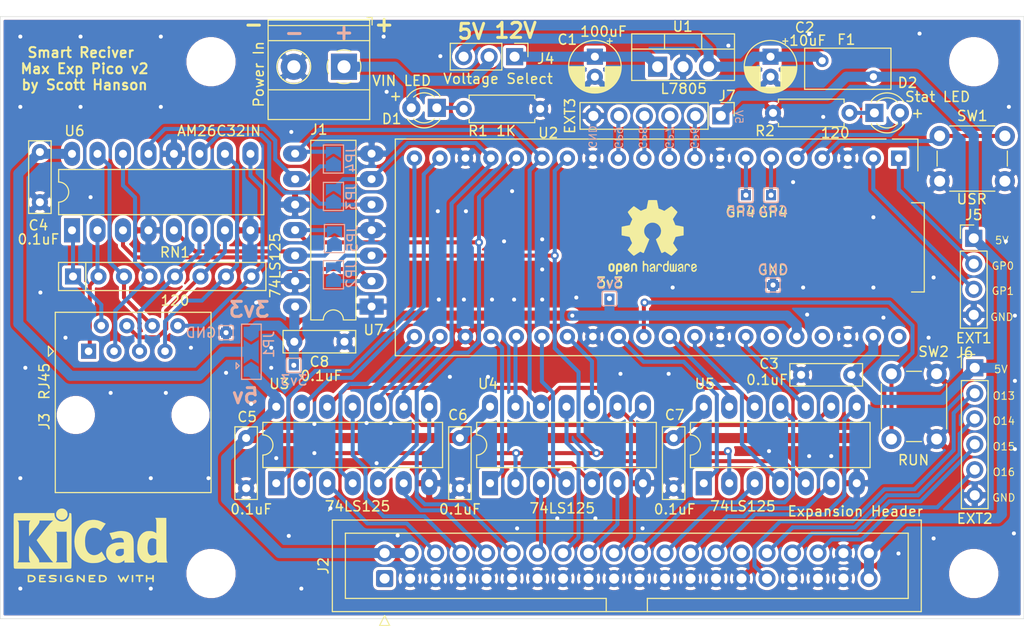
<source format=kicad_pcb>
(kicad_pcb (version 20211014) (generator pcbnew)
  (title_block (title "Smart Reciver Max Exp Pico") (date "2021-03-27") (rev "v2") (company "Scott Hanson"))
  (layers (0 "F.Cu" signal) (31 "B.Cu" signal) (34 "B.Paste" user) (35 "F.Paste" user) (36 "B.SilkS" user "B.Silkscreen") (37 "F.SilkS" user "F.Silkscreen") (38 "B.Mask" user) (39 "F.Mask" user) (44 "Edge.Cuts" user))
  (net 0 "")
  (net 1 "GND")
  (net 2 "/PWR")
  (net 3 "+5V")
  (net 4 "+3V3")
  (net 5 "VIN2")
  (net 6 "EN4B")
  (net 7 "EN3B")
  (net 8 "EN2B")
  (net 9 "EN1B")
  (net 10 "EN4A")
  (net 11 "EN3A")
  (net 12 "EN2A")
  (net 13 "EN1A")
  (net 14 "EN4C")
  (net 15 "EN3C")
  (net 16 "EN2C")
  (net 17 "EN1C")
  (net 18 "DATA4")
  (net 19 "DATA3")
  (net 20 "DATA2")
  (net 21 "DATA1")
  (net 22 "5IN")
  (net 23 "Net-(J2-Pad30)")
  (net 24 "OUT12")
  (net 25 "OUT11")
  (net 26 "OUT10")
  (net 27 "OUT9")
  (net 28 "OUT8")
  (net 29 "OUT7")
  (net 30 "OUT6")
  (net 31 "OUT5")
  (net 32 "OUT4")
  (net 33 "OUT3")
  (net 34 "OUT2")
  (net 35 "OUT1")
  (net 36 "Net-(J2-Pad1)")
  (net 37 "OUT16")
  (net 38 "OUT15")
  (net 39 "OUT14")
  (net 40 "OUT13")
  (net 41 "Net-(D1-Pad1)")
  (net 42 "Net-(D2-Pad1)")
  (net 43 "GPIO2")
  (net 44 "Serial4_N")
  (net 45 "Serial4_P")
  (net 46 "Serial2_N")
  (net 47 "Serial3_P")
  (net 48 "Serial3_N")
  (net 49 "Serial2_P")
  (net 50 "Serial1_N")
  (net 51 "Serial1_P")
  (net 52 "GPIO1")
  (net 53 "GPIO0")
  (net 54 "RUN")
  (net 55 "Net-(U2-Pad35)")
  (net 56 "Net-(U2-Pad37)")
  (net 57 "Net-(U2-Pad40)")
  (net 58 "GPIO3")
  (net 59 "GPIO9")
  (net 60 "GPIO8")
  (net 61 "GPIO7")
  (net 62 "GPIO6")
  (net 63 "U6_V")
  (net 64 "DATA1_3v3")
  (net 65 "DATA4_3v3")
  (net 66 "DATA2_3v3")
  (net 67 "DATA3_3v3")
  (net 68 "Net-(TP1-Pad1)")
  (net 69 "Net-(TP2-Pad1)")
  (footprint "Package_TO_SOT_THT:TO-220-3_Vertical" (layer "F.Cu") (at 167.5 64)
    (fp_text reference "U1")
    (fp_text value "L7805")
  )
  (footprint "Capacitor_THT:CP_Radial_D5.0mm_P2.00mm" (layer "F.Cu") (at 161.25 63 -90)
    (fp_text reference "C1")
    (fp_text value "100uF")
  )
  (footprint "Capacitor_THT:CP_Radial_D5.0mm_P2.00mm" (layer "F.Cu") (at 178.75 63 -90)
    (fp_text reference "C2")
    (fp_text value "10uF")
  )
  (footprint "LED_THT:LED_D3.0mm_Clear" (layer "F.Cu") (at 189.1 68.6)
    (fp_text reference "D2")
    (fp_text value "Stat LED")
  )
  (footprint "Fuse:Fuse_BelFuse_0ZRE0005FF_L8.3mm_W3.8mm" (layer "F.Cu") (at 189 65 180)
    (fp_text reference "F1")
    (fp_text value "Fuse")
  )
  (footprint "Resistor_THT:R_Axial_DIN0207_L6.3mm_D2.5mm_P7.62mm_Horizontal" (layer "F.Cu") (at 155.8 68.2 180)
    (fp_text reference "R1")
    (fp_text value "1K")
  )
  (footprint "Resistor_THT:R_Axial_DIN0207_L6.3mm_D2.5mm_P7.62mm_Horizontal" (layer "F.Cu") (at 179 68.6)
    (fp_text reference "R2")
    (fp_text value "120")
  )
  (footprint "TerminalBlock_Phoenix:TerminalBlock_Phoenix_MKDS-1,5-2_1x02_P5.00mm_Horizontal" (layer "F.Cu") (at 136.25 64 180)
    (fp_text reference "J1")
    (fp_text value "Power In")
  )
  (footprint "Connector_PinHeader_2.54mm:PinHeader_1x03_P2.54mm_Vertical" (layer "F.Cu") (at 153.25 63 -90)
    (fp_text reference "J4")
    (fp_text value "VIN_Voltage")
  )
  (footprint "Capacitor_THT:C_Rect_L7.0mm_W2.0mm_P5.00mm" (layer "F.Cu") (at 186.8 94.7 180)
    (fp_text reference "C3")
    (fp_text value "0.1uF")
  )
  (footprint "LED_THT:LED_D3.0mm_Clear" (layer "F.Cu") (at 145.5 68.1 180)
    (fp_text reference "D1")
    (fp_text value "VIN LED")
  )
  (footprint "MountingHole:MountingHole_4.3mm_M4" (layer "F.Cu") (at 123 63.5)
    (fp_text reference "H1")
    (fp_text value "MountingHole")
  )
  (footprint "MountingHole:MountingHole_4.3mm_M4" (layer "F.Cu") (at 199 63.5)
    (fp_text reference "H4")
    (fp_text value "MountingHole")
  )
  (footprint "Button_Switch_THT:SW_PUSH_6mm" (layer "F.Cu") (at 195.6 70.9)
    (fp_text reference "SW1")
    (fp_text value "USR")
  )
  (footprint "MountingHole:MountingHole_4.3mm_M4" (layer "F.Cu") (at 123 114.5)
    (fp_text reference "H2")
    (fp_text value "MountingHole")
  )
  (footprint "Connector_IDC:IDC-Header_2x20_P2.54mm_Vertical" (layer "F.Cu") (at 140.3 115 90)
    (fp_text reference "J2")
    (fp_text value "Expansion Header")
  )
  (footprint "MountingHole:MountingHole_4.3mm_M4" (layer "F.Cu") (at 199 114.5)
    (fp_text reference "H3")
    (fp_text value "MountingHole")
  )
  (footprint "Connector_PinHeader_2.54mm:PinHeader_1x04_P2.54mm_Vertical" (layer "F.Cu") (at 199 81.1)
    (fp_text reference "J5")
    (fp_text value "EXT1")
  )
  (footprint "Capacitor_THT:C_Rect_L7.0mm_W2.0mm_P5.00mm" (layer "F.Cu") (at 169.1 101 -90)
    (fp_text reference "C7")
    (fp_text value "0.1uF")
  )
  (footprint "Package_DIP:DIP-14_W7.62mm_LongPads" (layer "F.Cu") (at 129.5 105.5 90)
    (fp_text reference "U3")
    (fp_text value "74LS125")
  )
  (footprint "Package_DIP:DIP-16_W7.62mm_LongPads" (layer "F.Cu") (at 109.15 80.3 90)
    (fp_text reference "U6")
    (fp_text value "AM26C32IN")
  )
  (footprint "Capacitor_THT:C_Rect_L7.0mm_W2.0mm_P5.00mm" (layer "F.Cu") (at 105.95 72.5 -90)
    (fp_text reference "C4")
    (fp_text value "0.1uF")
  )
  (footprint "Capacitor_THT:C_Rect_L7.0mm_W2.0mm_P5.00mm" (layer "F.Cu") (at 147.8 101 -90)
    (fp_text reference "C6")
    (fp_text value "0.1uF")
  )
  (footprint "Package_DIP:DIP-14_W7.62mm_LongPads" (layer "F.Cu") (at 172.1 105.5 90)
    (fp_text reference "U5")
    (fp_text value "74LS125")
  )
  (footprint "Connector_RJ:RJ45_Amphenol_54602-x08_Horizontal" (layer "F.Cu") (at 110.8 92.35)
    (fp_text reference "J3")
    (fp_text value "RJ45")
  )
  (footprint "Capacitor_THT:C_Rect_L7.0mm_W2.0mm_P5.00mm" (layer "F.Cu") (at 126.5 101 -90)
    (fp_text reference "C5")
    (fp_text value "0.1uF")
  )
  (footprint "Connector_PinHeader_2.54mm:PinHeader_1x06_P2.54mm_Vertical" (layer "F.Cu") (at 173.8 68.9 -90)
    (fp_text reference "J7")
    (fp_text value "EXT3")
  )
  (footprint "Resistor_THT:R_Array_SIP8" (layer "F.Cu") (at 109.25 84.9)
    (fp_text reference "RN1")
    (fp_text value "120")
  )
  (footprint "Button_Switch_THT:SW_PUSH_6mm" (layer "F.Cu") (at 190.8 101.1 90)
    (fp_text reference "SW2")
    (fp_text value "RUN")
  )
  (footprint "Package_DIP:DIP-14_W7.62mm_LongPads" (layer "F.Cu") (at 150.8 105.5 90)
    (fp_text reference "U4")
    (fp_text value "74LS125")
  )
  (footprint "Connector_PinHeader_2.54mm:PinHeader_1x06_P2.54mm_Vertical" (layer "F.Cu") (at 199.1 94)
    (fp_text reference "J6")
    (fp_text value "EXT2")
  )
  (footprint "Package_DIP:DIP-14_W7.62mm_LongPads" (layer "F.Cu") (at 139 87.9 180)
    (fp_text reference "U7")
    (fp_text value "74LS125")
  )
  (footprint "Capacitor_THT:C_Rect_L7.0mm_W2.0mm_P5.00mm" (layer "F.Cu") (at 131.3 91.4)
    (fp_text reference "C8")
    (fp_text value "0.1uF")
  )
  (footprint "Symbol:KiCad-Logo2_6mm_SilkScreen" (layer "F.Cu") (at 111 111)
    (fp_text reference "REF**" hide)
    (fp_text value "KiCad-Logo2_6mm_SilkScreen" hide)
  )
  (footprint "Symbol:OSHW-Logo2_9.8x8mm_SilkScreen" (layer "F.Cu") (at 167 81)
    (fp_text reference "REF**" hide)
    (fp_text value "OSHW-Logo2_9.8x8mm_SilkScreen" hide)
  )
  (footprint "kiwih_kicad:raspberrypi-pico-module-nohole" (layer "F.Cu") (at 167.4 82 -90)
    (fp_text reference "U2")
    (fp_text value "raspberrypi-pico-module")
  )
  (footprint "Jumper:SolderJumper-3_P2.0mm_Open_TrianglePad1.0x1.5mm" (layer "B.Cu") (at 127 92.4 90)
    (fp_text reference "JP1")
    (fp_text value "U6_V")
  )
  (footprint "TestPoint:TestPoint_THTPad_1.0x1.0mm_Drill0.5mm" (layer "B.Cu") (at 178.8 76.8)
    (fp_text reference "TP1")
    (fp_text value "GP4")
  )
  (footprint "TestPoint:TestPoint_THTPad_1.0x1.0mm_Drill0.5mm" (layer "B.Cu") (at 176.3 76.8)
    (fp_text reference "TP2")
    (fp_text value "GP5")
  )
  (footprint "Jumper:SolderJumper-2_P1.3mm_Open_TrianglePad1.0x1.5mm" (layer "B.Cu") (at 135.2 84.725 90)
    (fp_text reference "JP2")
    (fp_text value "Data1_JMP")
  )
  (footprint "Jumper:SolderJumper-2_P1.3mm_Open_TrianglePad1.0x1.5mm" (layer "B.Cu") (at 135.3 81.125 90)
    (fp_text reference "JP5")
    (fp_text value "Data3_JMP")
  )
  (footprint "Jumper:SolderJumper-2_P1.3mm_Open_TrianglePad1.0x1.5mm" (layer "B.Cu") (at 135.2 76.925 90)
    (fp_text reference "JP3")
    (fp_text value "Data4_JMP")
  )
  (footprint "Jumper:SolderJumper-2_P1.3mm_Open_TrianglePad1.0x1.5mm" (layer "B.Cu") (at 135.2 73.2 90)
    (fp_text reference "JP4")
    (fp_text value "Data2_JMP")
  )
  (footprint "TestPoint:TestPoint_THTPad_1.0x1.0mm_Drill0.5mm" (layer "B.Cu") (at 162.7 87.1 180)
    (fp_text reference "TP3")
    (fp_text value "3v3")
  )
  (footprint "TestPoint:TestPoint_THTPad_1.0x1.0mm_Drill0.5mm" (layer "B.Cu") (at 131.25 93.75)
    (fp_text reference "TP4")
    (fp_text value "3v3")
  )
  (footprint "TestPoint:TestPoint_THTPad_1.0x1.0mm_Drill0.5mm" (layer "B.Cu") (at 124.5 90.5)
    (fp_text reference "TP5")
    (fp_text value "GND")
  )
  (footprint "TestPoint:TestPoint_THTPad_1.0x1.0mm_Drill0.5mm" (layer "B.Cu") (at 179 85.75)
    (fp_text reference "TP6")
    (fp_text value "GND")
  )
  (gr_line (start 102 119) (end 204 119) (layer "Edge.Cuts") (width 0.05))
  (gr_line (start 204 59) (end 102 59) (layer "Edge.Cuts") (width 0.05))
  (gr_line (start 204 119) (end 204 59) (layer "Edge.Cuts") (width 0.05))
  (gr_line (start 102 59) (end 102 119) (layer "Edge.Cuts") (width 0.05))
  (gr_text "+" (at 136.25 60.75 180) (layer "B.SilkS") (effects (font (size 1.5 1.5) (thickness 0.3)) (justify mirror)))
  (gr_text "-" (at 131.3 60.8 180) (layer "B.SilkS") (effects (font (size 1.5 1.5) (thickness 0.3)) (justify mirror)))
  (gr_text "5v" (at 126.4 96.8) (layer "B.SilkS") (effects (font (size 1.5 1.5) (thickness 0.3)) (justify mirror)))
  (gr_text "GND" (at 161 71 270) (layer "B.SilkS") (effects (font (size 0.75 0.75) (thickness 0.1)) (justify mirror)))
  (gr_text "GP6" (at 171.15 71.1 -90) (layer "B.SilkS") (effects (font (size 0.75 0.75) (thickness 0.1)) (justify mirror)))
  (gr_text "5V" (at 175.6 69 270) (layer "B.SilkS") (effects (font (size 0.75 0.75) (thickness 0.1)) (justify mirror)))
  (gr_text "GP7" (at 168.65 71.1 -90) (layer "B.SilkS") (effects (font (size 0.75 0.75) (thickness 0.1)) (justify mirror)))
  (gr_text "GP9" (at 163.6 71.1 -90) (layer "B.SilkS") (effects (font (size 0.75 0.75) (thickness 0.1)) (justify mirror)))
  (gr_text "3v3" (at 126.8 88.2) (layer "B.SilkS") (effects (font (size 1.5 1.5) (thickness 0.3)) (justify mirror)))
  (gr_text "GP8" (at 166 71.1 -90) (layer "B.SilkS") (effects (font (size 0.75 0.75) (thickness 0.1)) (justify mirror)))
  (gr_text "Smart Reciver \nMax Exp Pico v2\nby Scott Hanson" (at 110.4 64.2) (layer "F.SilkS") (effects (font (size 1 1) (thickness 0.2))))
  (gr_text "5V" (at 201.7 94.15) (layer "F.SilkS") (effects (font (size 0.75 0.75) (thickness 0.1))))
  (gr_text "O13" (at 202 96.8) (layer "F.SilkS") (effects (font (size 0.75 0.75) (thickness 0.1))))
  (gr_text "O16" (at 202 104.4) (layer "F.SilkS") (effects (font (size 0.75 0.75) (thickness 0.1))))
  (gr_text "-" (at 127.25 59.75) (layer "F.SilkS") (effects (font (size 1.5 1.5) (thickness 0.3))))
  (gr_text "+" (at 140.25 59.75) (layer "F.SilkS") (effects (font (size 1.5 1.5) (thickness 0.3))))
  (gr_text "GP0" (at 201.9 83.85) (layer "F.SilkS") (effects (font (size 0.75 0.75) (thickness 0.1))))
  (gr_text "GND" (at 201.8 88.95) (layer "F.SilkS") (effects (font (size 0.75 0.75) (thickness 0.1))))
  (gr_text "5V" (at 201.8 81.3) (layer "F.SilkS") (effects (font (size 0.75 0.75) (thickness 0.1))))
  (gr_text "GP1" (at 201.9 86.35) (layer "F.SilkS") (effects (font (size 0.75 0.75) (thickness 0.1))))
  (gr_text "+" (at 193.4 68.6) (layer "F.SilkS") (effects (font (size 1 1)) (justify mirror)))
  (gr_text "GP4" (at 175.75 78.5) (layer "F.SilkS") (effects (font (size 1 1))))
  (gr_text "O14" (at 202 99.3) (layer "F.SilkS") (effects (font (size 0.75 0.75) (thickness 0.1))))
  (gr_text "+" (at 141.4 66.9) (layer "F.SilkS") (effects (font (size 1 1)) (justify mirror)))
  (gr_text "GND" (at 179 84.25) (layer "F.SilkS") (effects (font (size 1 1))))
  (gr_text "5V" (at 148.95 60.5) (layer "F.SilkS") (effects (font (size 1.5 1.5) (thickness 0.3))))
  (gr_text "3v3" (at 162.75 85.5) (layer "F.SilkS") (effects (font (size 1 1))))
  (gr_text "12V" (at 153.35 60.4) (layer "F.SilkS") (effects (font (size 1.5 1.5) (thickness 0.3))))
  (gr_text "GP4" (at 179 78.5) (layer "F.SilkS") (effects (font (size 1 1))))
  (gr_text "Voltage Select" (at 151.6 65.2) (layer "F.SilkS") (effects (font (size 1 1))))
  (gr_text "GND" (at 202 106.95) (layer "F.SilkS") (effects (font (size 0.75 0.75) (thickness 0.1))))
  (gr_text "O15" (at 202 101.85) (layer "F.SilkS") (effects (font (size 0.75 0.75) (thickness 0.1))))
  (via (at 150.6 94.9) (size 0.8) (drill 0.4) (layers "F.Cu" "B.Cu") (net 1))
  (via (at 203.1 102.1) (size 0.8) (drill 0.4) (layers "F.Cu" "B.Cu") (net 1))
  (via (at 134.9 108) (size 0.8) (drill 0.4) (layers "F.Cu" "B.Cu") (net 1))
  (via (at 148.2 87.2) (size 0.8) (drill 0.4) (layers "F.Cu" "B.Cu") (net 1))
  (via (at 145.85 62.95) (size 0.8) (drill 0.4) (layers "F.Cu" "B.Cu") (net 1))
  (via (at 139.5 103.5) (size 0.8) (drill 0.4) (layers "F.Cu" "B.Cu") (net 1))
  (via (at 121 92) (size 0.8) (drill 0.4) (layers "F.Cu" "B.Cu") (net 1))
  (via (at 127.5 87.5) (size 0.8) (drill 0.4) (layers "F.Cu" "B.Cu") (net 1))
  (via (at 133.3 99.6) (size 0.8) (drill 0.4) (layers "F.Cu" "B.Cu") (net 1))
  (via (at 202.2 81.4) (size 0.8) (drill 0.4) (layers "F.Cu" "B.Cu") (net 1))
  (via (at 157.5 109) (size 0.8) (drill 0.4) (layers "F.Cu" "B.Cu") (net 1))
  (via (at 190 89) (size 0.8) (drill 0.4) (layers "F.Cu" "B.Cu") (net 1))
  (via (at 138.5 99.5) (size 0.8) (drill 0.4) (layers "F.Cu" "B.Cu") (net 1))
  (via (at 104 68) (size 0.8) (drill 0.4) (layers "F.Cu" "B.Cu") (net 1))
  (via (at 104.5 94) (size 0.8) (drill 0.4) (layers "F.Cu" "B.Cu") (net 1))
  (via (at 108.5 91) (size 0.8) (drill 0.4) (layers "F.Cu" "B.Cu") (net 1))
  (via (at 184 69) (size 0.8) (drill 0.4) (layers "F.Cu" "B.Cu") (net 1))
  (via (at 129 92) (size 0.8) (drill 0.4) (layers "F.Cu" "B.Cu") (net 1))
  (via (at 168.6 94.6) (size 0.8) (drill 0.4) (layers "F.Cu" "B.Cu") (net 1))
  (via (at 140.5 66.5) (size 0.8) (drill 0.4) (layers "F.Cu" "B.Cu") (net 1))
  (via (at 146.8 94.9) (size 0.8) (drill 0.4) (layers "F.Cu" "B.Cu") (net 1))
  (via (at 174.55 61.9) (size 0.8) (drill 0.4) (layers "F.Cu" "B.Cu") (net 1))
  (via (at 203.1 88.8) (size 0.8) (drill 0.4) (layers "F.Cu" "B.Cu") (net 1))
  (via (at 106 86.5) (size 0.8) (drill 0.4) (layers "F.Cu" "B.Cu") (net 1))
  (via (at 193.6 60.7) (size 0.8) (drill 0.4) (layers "F.Cu" "B.Cu") (net 1))
  (via (at 195 85) (size 0.8) (drill 0.4) (layers "F.Cu" "B.Cu") (net 1))
  (via (at 140.2 61) (size 0.8) (drill 0.4) (layers "F.Cu" "B.Cu") (net 1))
  (via (at 156 87.2) (size 0.8) (drill 0.4) (layers "F.Cu" "B.Cu") (net 1))
  (via (at 194.5 91) (size 0.8) (drill 0.4) (layers "F.Cu" "B.Cu") (net 1))
  (via (at 191.5 112.5) (size 0.8) (drill 0.4) (layers "F.Cu" "B.Cu") (net 1))
  (via (at 117 116) (size 0.8) (drill 0.4) (layers "F.Cu" "B.Cu") (net 1))
  (via (at 130.75 110.75) (size 0.8) (drill 0.4) (layers "F.Cu" "B.Cu") (net 1))
  (via (at 153.2 87.2) (size 0.8) (drill 0.4) (layers "F.Cu" "B.Cu") (net 1))
  (via (at 122.75 105) (size 0.8) (drill 0.4) (layers "F.Cu" "B.Cu") (net 1))
  (via (at 145.6 78.4) (size 0.8) (drill 0.4) (layers "F.Cu" "B.Cu") (net 1))
  (via (at 161.3 109) (size 0.8) (drill 0.4) (layers "F.Cu" "B.Cu") (net 1))
  (via (at 182.6 60.75) (size 0.8) (drill 0.4) (layers "F.Cu" "B.Cu") (net 1))
  (via (at 117 105) (size 0.8) (drill 0.4) (layers "F.Cu" "B.Cu") (net 1))
  (via (at 104 105) (size 0.8) (drill 0.4) (layers "F.Cu" "B.Cu") (net 1))
  (via (at 203 110.5) (size 0.8) (drill 0.4) (layers "F.Cu" "B.Cu") (net 1))
  (via (at 124.5 94.5) (size 0.8) (drill 0.4) (layers "F.Cu" "B.Cu") (net 1))
  (via (at 141.6 110.7) (size 0.8) (drill 0.4) (layers "F.Cu" "B.Cu") (net 1))
  (via (at 163.8 94.6) (size 0.8) (drill 0.4) (layers "F.Cu" "B.Cu") (net 1))
  (via (at 189 79) (size 0.8) (drill 0.4) (layers "F.Cu" "B.Cu") (net 1))
  (via (at 110 61) (size 0.8) (drill 0.4) (layers "F.Cu" "B.Cu") (net 1))
  (via (at 104 61) (size 0.8) (drill 0.4) (layers "F.Cu" "B.Cu") (net 1))
  (via (at 110 68) (size 0.8) (drill 0.4) (layers "F.Cu" "B.Cu") (net 1))
  (via (at 129.5 103) (size 0.8) (drill 0.4) (layers "F.Cu" "B.Cu") (net 1))
  (via (at 184.8 102.8) (size 0.8) (drill 0.4) (layers "F.Cu" "B.Cu") (net 1))
  (via (at 145.7 87.2) (size 0.8) (drill 0.4) (layers "F.Cu" "B.Cu") (net 1))
  (via (at 118.5 96.5) (size 0.8) (drill 0.4) (layers "F.Cu" "B.Cu") (net 1))
  (via (at 153 76.4) (size 0.8) (drill 0.4) (layers "F.Cu" "B.Cu") (net 1))
  (via (at 169 86) (size 0.8) (drill 0.4) (layers "F.Cu" "B.Cu") (net 1))
  (via (at 113 96.5) (size 0.8) (drill 0.4) (layers "F.Cu" "B.Cu") (net 1))
  (via (at 148.4 78.4) (size 0.8) (drill 0.4) (layers "F.Cu" "B.Cu") (net 1))
  (via (at 133.3 102.5) (size 0.8) (drill 0.4) (layers "F.Cu" "B.Cu") (net 1))
  (via (at 151 87.2) (size 0.8) (drill 0.4) (layers "F.Cu" "B.Cu") (net 1))
  (via (at 178.6 102.3) (size 0.8) (drill 0.4) (layers "F.Cu" "B.Cu") (net 1))
  (via (at 111 77) (size 0.8) (drill 0.4) (layers "F.Cu" "B.Cu") (net 1))
  (via (at 127 97.6) (size 0.8) (drill 0.4) (layers "F.Cu" "B.Cu") (net 1))
  (via (at 153.5 110) (size 0.8) (drill 0.4) (layers "F.Cu" "B.Cu") (net 1))
  (via (at 152.2 81.4) (size 0.8) (drill 0.4) (layers "F.Cu" "B.Cu") (net 1))
  (via (at 182.6 102.8) (size 0.8) (drill 0.4) (layers "F.Cu" "B.Cu") (net 1))
  (via (at 195 111) (size 0.8) (drill 0.4) (layers "F.Cu" "B.Cu") (net 1))
  (via (at 156 81.2) (size 0.8) (drill 0.4) (layers "F.Cu" "B.Cu") (net 1))
  (via (at 189 86) (size 0.8) (drill 0.4) (layers "F.Cu" "B.Cu") (net 1))
  (via (at 203.1 95.3) (size 0.8) (drill 0.4) (layers "F.Cu" "B.Cu") (net 1))
  (via (at 202.5 68) (size 0.8) (drill 0.4) (layers "F.Cu" "B.Cu") (net 1))
  (via (at 132 116) (size 0.8) (drill 0.4) (layers "F.Cu" "B.Cu") (net 1))
  (via (at 182.4 88.7) (size 0.8) (drill 0.4) (layers "F.Cu" "B.Cu") (net 1))
  (via (at 104 116) (size 0.8) (drill 0.4) (layers "F.Cu" "B.Cu") (net 1))
  (via (at 118 68) (size 0.8) (drill 0.4) (layers "F.Cu" "B.Cu") (net 1))
  (via (at 166 110) (size 0.8) (drill 0.4) (layers "F.Cu" "B.Cu") (net 1))
  (via (at 129 94) (size 0.8) (drill 0.4) (layers "F.Cu" "B.Cu") (net 1))
  (via (at 131 70.5) (size 0.8) (drill 0.4) (layers "F.Cu" "B.Cu") (net 1))
  (via (at 156 84.2) (size 0.8) (drill 0.4) (layers "F.Cu" "B.Cu") (net 1))
  (via (at 140.9 99.5) (size 0.8) (drill 0.4) (layers "F.Cu" "B.Cu") (net 1))
  (via (at 159.4 87) (size 0.8) (drill 0.4) (layers "F.Cu" "B.Cu") (net 1))
  (via (at 182 86) (size 0.8) (drill 0.4) (layers "F.Cu" "B.Cu") (net 1))
  (via (at 118 61) (size 0.8) (drill 0.4) (layers "F.Cu" "B.Cu") (net 1))
  (via (at 181 75.5) (size 0.8) (drill 0.4) (layers "F.Cu" "B.Cu") (net 1))
  (segment (start 161.25 63) (end 153.25 63) (width 1) (layer "B.Cu") (net 2))
  (segment (start 167.5 64) (end 166.5 63) (width 1) (layer "B.Cu") (net 2))
  (segment (start 166.5 63) (end 160 63) (width 1) (layer "B.Cu") (net 2))
  (segment (start 126.5 101) (end 187.3 101) (width 1) (layer "F.Cu") (net 3))
  (segment (start 189.2 97.1) (end 186.8 94.7) (width 1) (layer "F.Cu") (net 3))
  (segment (start 187.3 101) (end 189.2 99.1) (width 1) (layer "F.Cu") (net 3))
  (segment (start 189.2 99.1) (end 189.2 97.1) (width 1) (layer "F.Cu") (net 3))
  (segment (start 129.5 98) (end 126.5 101) (width 1) (layer "B.Cu") (net 3))
  (segment (start 129.839998 112.46) (end 124.5 107.120002) (width 1) (layer "B.Cu") (net 3))
  (segment (start 199.1 94) (end 201.7 94) (width 1) (layer "B.Cu") (net 3))
  (segment (start 195.9 97.2) (end 189.3 97.2) (width 1) (layer "B.Cu") (net 3))
  (segment (start 188.99 90.89) (end 188.99 92.51) (width 1) (layer "B.Cu") (net 3))
  (segment (start 201.8 93.9) (end 201.8 108.6) (width 1) (layer "B.Cu") (net 3))
  (segment (start 201.7 94) (end 201.8 93.9) (width 1) (layer "B.Cu") (net 3))
  (segment (start 124.5 103) (end 126.5 101) (width 1) (layer "B.Cu") (net 3))
  (segment (start 140.3 112.46) (end 129.839998 112.46) (width 1) (layer "B.Cu") (net 3))
  (segment (start 201.8 108.6) (end 201.4 109) (width 1) (layer "B.Cu") (net 3))
  (segment (start 188.56 112.46) (end 188.56 115) (width 1) (layer "B.Cu") (net 3))
  (segment (start 172.1 98.2) (end 169.3 101) (width 1) (layer "B.Cu") (net 3))
  (segment (start 147.8 100.99) (end 150.8 97.99) (width 1) (layer "B.Cu") (net 3))
  (segment (start 173.8 68.771998) (end 175.671998 66.9) (width 1) (layer "B.Cu") (net 3))
  (segment (start 150.8 97.99) (end 150.8 97.88) (width 1) (layer "B.Cu") (net 3))
  (segment (start 186.3 65) (end 189 65) (width 1) (layer "B.Cu") (net 3))
  (segment (start 129.5 96.9) (end 127 94.4) (width 1) (layer "B.Cu") (net 3))
  (segment (start 189 65) (end 193.175 65) (width 1) (layer "B.Cu") (net 3))
  (segment (start 173.8 68.9) (end 173.8 68.771998) (width 1) (layer "B.Cu") (net 3))
  (segment (start 201.4 109) (end 192.02 109) (width 1) (layer "B.Cu") (net 3))
  (segment (start 172.1 97.88) (end 172.1 98.2) (width 1) (layer "B.Cu") (net 3))
  (segment (start 201.8 93.9) (end 201.8 83.9) (width 1) (layer "B.Cu") (net 3))
  (segment (start 175.671998 66.9) (end 184.4 66.9) (width 1) (layer "B.Cu") (net 3))
  (segment (start 124.5 107) (end 124.5 103) (width 1) (layer "B.Cu") (net 3))
  (segment (start 201.8 83.9) (end 199 81.1) (width 1) (layer "B.Cu") (net 3))
  (segment (start 192.02 109) (end 188.56 112.46) (width 1) (layer "B.Cu") (net 3))
  (segment (start 142.84 112.46) (end 140.3 112.46) (width 1) (layer "B.Cu") (net 3))
  (segment (start 193.175 65) (end 199 70.825) (width 1) (layer "B.Cu") (net 3))
  (segment (start 124.5 107.120002) (end 124.5 107) (width 1) (layer "B.Cu") (net 3))
  (segment (start 169.3 101) (end 169.1 101) (width 1) (layer "B.Cu") (net 3))
  (segment (start 147.8 101) (end 147.8 100.99) (width 1) (layer "B.Cu") (net 3))
  (segment (start 189.3 97.2) (end 186.8 94.7) (width 1) (layer "B.Cu") (net 3))
  (segment (start 129.5 97.88) (end 129.5 96.9) (width 1) (layer "B.Cu") (net 3))
  (segment (start 188.99 92.51) (end 186.8 94.7) (width 1) (layer "B.Cu") (net 3))
  (segment (start 184.4 66.9) (end 186.3 65) (width 1) (layer "B.Cu") (net 3))
  (segment (start 199.1 94) (end 195.9 97.2) (width 1) (layer "B.Cu") (net 3))
  (segment (start 199 70.825) (end 199 81.1) (width 1) (layer "B.Cu") (net 3))
  (segment (start 129.5 97.88) (end 129.5 98) (width 1) (layer "B.Cu") (net 3))
  (segment (start 141 89.6) (end 133.1 89.6) (width 1) (layer "F.Cu") (net 4))
  (segment (start 133.1 89.6) (end 131.3 91.4) (width 1) (layer "F.Cu") (net 4))
  (segment (start 159 88.8) (end 141.8 88.8) (width 1) (layer "F.Cu") (net 4))
  (segment (start 141.8 88.8) (end 141 89.6) (width 1) (layer "F.Cu") (net 4))
  (via (at 159 88.8) (size 0.8) (drill 0.4) (layers "F.Cu" "B.Cu") (net 4))
  (segment (start 131.25 91.45) (end 131.3 91.4) (width 1) (layer "B.Cu") (net 4))
  (segment (start 127.6 89.8) (end 127 90.4) (width 1) (layer "B.Cu") (net 4))
  (segment (start 131.3 91.4) (end 131.3 87.98) (width 1) (layer "B.Cu") (net 4))
  (segment (start 131.25 93.75) (end 131.25 91.45) (width 1) (layer "B.Cu") (net 4))
  (segment (start 162.7 88.8) (end 159 88.8) (width 1) (layer "B.Cu") (net 4))
  (segment (start 129.7 89.8) (end 127.6 89.8) (width 1) (layer "B.Cu") (net 4))
  (segment (start 180.4 88.8) (end 162.7 88.8) (width 1) (layer "B.Cu") (net 4))
  (segment (start 181.37 90.89) (end 181.37 89.77) (width 1) (layer "B.Cu") (net 4))
  (segment (start 131.3 91.4) (end 129.7 89.8) (width 1) (layer "B.Cu") (net 4))
  (segment (start 162.7 87.1) (end 162.7 88.8) (width 1) (layer "B.Cu") (net 4))
  (segment (start 131.3 87.98) (end 131.38 87.9) (width 1) (layer "B.Cu") (net 4))
  (segment (start 181.37 89.77) (end 180.4 88.8) (width 1) (layer "B.Cu") (net 4))
  (segment (start 142.71 65.4) (end 142.31 65) (width 1) (layer "B.Cu") (net 5))
  (segment (start 150.71 63.647001) (end 148.957001 65.4) (width 1) (layer "B.Cu") (net 5))
  (segment (start 150.71 63) (end 150.71 63.647001) (width 1) (layer "B.Cu") (net 5))
  (segment (start 141.31 64) (end 136.25 64) (width 1) (layer "B.Cu") (net 5))
  (segment (start 142.31 65) (end 141.31 64) (width 1) (layer "B.Cu") (net 5))
  (segment (start 142.96 65.65) (end 142.31 65) (width 1) (layer "B.Cu") (net 5))
  (segment (start 142.96 68.1) (end 142.96 65.65) (width 1) (layer "B.Cu") (net 5))
  (segment (start 148.957001 65.4) (end 142.71 65.4) (width 1) (layer "B.Cu") (net 5))
  (segment (start 160.96 93.36) (end 160.96 97.88) (width 0.4) (layer "B.Cu") (net 6))
  (segment (start 160.2 92.6) (end 160.96 93.36) (width 0.4) (layer "B.Cu") (net 6))
  (segment (start 158.51 90.89) (end 160.2 92.58) (width 0.4) (layer "B.Cu") (net 6))
  (segment (start 160.2 92.58) (end 160.2 92.6) (width 0.4) (layer "B.Cu") (net 6))
  (segment (start 155.97 90.89) (end 155.97 95.37) (width 0.4) (layer "B.Cu") (net 7))
  (segment (start 157.08001 96.48001) (end 157.08001 104.16001) (width 0.4) (layer "B.Cu") (net 7))
  (segment (start 157.08001 104.16001) (end 158.42 105.5) (width 0.4) (layer "B.Cu") (net 7))
  (segment (start 155.97 95.37) (end 157.08001 96.48001) (width 0.4) (layer "B.Cu") (net 7))
  (segment (start 153.34 90.98) (end 153.43 90.89) (width 0.4) (layer "B.Cu") (net 8))
  (segment (start 153.34 97.88) (end 153.34 90.98) (width 0.4) (layer "B.Cu") (net 8))
  (segment (start 152.00001 92.00001) (end 152.00001 104.29999) (width 0.4) (layer "B.Cu") (net 9))
  (segment (start 150.89 90.89) (end 152.00001 92.00001) (width 0.4) (layer "B.Cu") (net 9))
  (segment (start 152.00001 104.29999) (end 150.8 105.5) (width 0.4) (layer "B.Cu") (net 9))
  (segment (start 139.66 97.04) (end 139.66 97.88) (width 0.4) (layer "B.Cu") (net 10))
  (segment (start 145.81 90.89) (end 139.66 97.04) (width 0.4) (layer "B.Cu") (net 10))
  (segment (start 138.559989 95.600011) (end 136.799989 95.600011) (width 0.4) (layer "B.Cu") (net 11))
  (segment (start 143.27 90.89) (end 138.559989 95.600011) (width 0.4) (layer "B.Cu") (net 11))
  (segment (start 135.9 104.28) (end 137.12 105.5) (width 0.4) (layer "B.Cu") (net 11))
  (segment (start 136.799989 95.600011) (end 135.9 96.5) (width 0.4) (layer "B.Cu") (net 11))
  (segment (start 135.9 96.5) (end 135.9 104.28) (width 0.4) (layer "B.Cu") (net 11))
  (segment (start 134.92 95) (end 137.048543 95) (width 0.4) (layer "B.Cu") (net 12))
  (segment (start 132.04 97.88) (end 134.92 95) (width 0.4) (layer "B.Cu") (net 12))
  (segment (start 137.048543 95) (end 144.199998 87.848545) (width 0.4) (layer "B.Cu") (net 12))
  (segment (start 145.048001 73.871999) (end 145.81 73.11) (width 0.4) (layer "B.Cu") (net 12))
  (segment (start 144.199998 87.848545) (end 144.199998 74.720002) (width 0.4) (layer "B.Cu") (net 12))
  (segment (start 144.199998 74.720002) (end 145.048001 73.871999) (width 0.4) (layer "B.Cu") (net 12))
  (segment (start 130.70001 96.99999) (end 130.70001 104.29999) (width 0.4) (layer "B.Cu") (net 13))
  (segment (start 130.70001 104.29999) (end 129.5 105.5) (width 0.4) (layer "B.Cu") (net 13))
  (segment (start 133.4 94.3) (end 130.70001 96.99999) (width 0.4) (layer "B.Cu") (net 13))
  (segment (start 143.27 87.93) (end 136.9 94.3) (width 0.4) (layer "B.Cu") (net 13))
  (segment (start 143.27 73.11) (end 143.27 87.93) (width 0.4) (layer "B.Cu") (net 13))
  (segment (start 136.9 94.3) (end 133.4 94.3) (width 0.4) (layer "B.Cu") (net 13))
  (segment (start 182.26 97.88) (end 176.29 91.91) (width 0.4) (layer "B.Cu") (net 14))
  (segment (start 176.29 91.91) (end 176.29 90.89) (width 0.4) (layer "B.Cu") (net 14))
  (segment (start 175.9 96.6) (end 175.9 101.6) (width 0.4) (layer "B.Cu") (net 15))
  (segment (start 171.21 91.91) (end 175.9 96.6) (width 0.4) (layer "B.Cu") (net 15))
  (segment (start 179.72 105.42) (end 179.72 105.5) (width 0.4) (layer "B.Cu") (net 15))
  (segment (start 175.9 101.6) (end 179.72 105.42) (width 0.4) (layer "B.Cu") (net 15))
  (segment (start 171.21 90.89) (end 171.21 91.91) (width 0.4) (layer "B.Cu") (net 15))
  (segment (start 174.64 97.88) (end 174.64 96.86) (width 0.4) (layer "B.Cu") (net 16))
  (segment (start 174.64 96.86) (end 168.67 90.89) (width 0.4) (layer "B.Cu") (net 16))
  (segment (start 173.4 96.7) (end 173.4 104.2) (width 0.4) (layer "B.Cu") (net 17))
  (segment (start 166.1 93.4) (end 170.1 93.4) (width 0.4) (layer "B.Cu") (net 17))
  (segment (start 170.1 93.4) (end 173.4 96.7) (width 0.4) (layer "B.Cu") (net 17))
  (segment (start 163.59 90.89) (end 166.1 93.4) (width 0.4) (layer "B.Cu") (net 17))
  (segment (start 173.4 104.2) (end 172.1 105.5) (width 0.4) (layer "B.Cu") (net 17))
  (segment (start 163.5 97.88) (end 161.68 99.7) (width 0.4) (layer "F.Cu") (net 18))
  (segment (start 184.8 97.88) (end 182.98 99.7) (width 0.4) (layer "F.Cu") (net 18))
  (segment (start 182.98 99.7) (end 165.32 99.7) (width 0.4) (layer "F.Cu") (net 18))
  (segment (start 161.68 99.7) (end 144.02 99.7) (width 0.4) (layer "F.Cu") (net 18))
  (segment (start 165.32 99.7) (end 163.5 97.88) (width 0.4) (layer "F.Cu") (net 18))
  (segment (start 144.02 99.7) (end 142.2 97.88) (width 0.4) (layer "F.Cu") (net 18))
  (segment (start 146.972001 91.727999) (end 142.2 96.5) (width 0.4) (layer "B.Cu") (net 18))
  (segment (start 149.38 71.6) (end 150.89 73.11) (width 0.4) (layer "B.Cu") (net 18))
  (segment (start 150.89 73.71) (end 146.972001 77.627999) (width 0.4) (layer "B.Cu") (net 18))
  (segment (start 139 75.2) (end 142.6 71.6) (width 0.4) (layer "B.Cu") (net 18))
  (segment (start 139 75.2) (end 136.2 75.2) (width 0.4) (layer "B.Cu") (net 18))
  (segment (start 136.2 75.2) (end 135.2 76.2) (width 0.4) (layer "B.Cu") (net 18))
  (segment (start 146.972001 77.627999) (end 146.972001 91.727999) (width 0.4) (layer "B.Cu") (net 18))
  (segment (start 150.89 73.11) (end 150.89 73.71) (width 0.4) (layer "B.Cu") (net 18))
  (segment (start 142.2 96.5) (end 142.2 97.88) (width 0.4) (layer "B.Cu") (net 18))
  (segment (start 142.6 71.6) (end 149.38 71.6) (width 0.4) (layer "B.Cu") (net 18))
  (segment (start 160.96 105.5) (end 158.96 103.5) (width 0.4) (layer "F.Cu") (net 19))
  (segment (start 163.16 103.3) (end 160.96 105.5) (width 0.4) (layer "F.Cu") (net 19))
  (segment (start 131.38 80.28) (end 132.6 81.5) (width 0.4) (layer "F.Cu") (net 19))
  (segment (start 132.6 81.5) (end 149.7 81.5) (width 0.4) (layer "F.Cu") (net 19))
  (segment (start 182.26 105.5) (end 180.06 103.3) (width 0.4) (layer "F.Cu") (net 19))
  (segment (start 158.96 103.5) (end 141.66 103.5) (width 0.4) (layer "F.Cu") (net 19))
  (segment (start 180.06 103.3) (end 163.16 103.3) (width 0.4) (layer "F.Cu") (net 19))
  (segment (start 141.66 103.5) (end 139.66 105.5) (width 0.4) (layer "F.Cu") (net 19))
  (via (at 149.7 81.5) (size 0.8) (drill 0.4) (layers "F.Cu" "B.Cu") (net 19))
  (segment (start 143.5 101.66) (end 139.66 105.5) (width 0.4) (layer "B.Cu") (net 19))
  (segment (start 149.7 77) (end 149.7 81.5) (width 0.4) (layer "B.Cu") (net 19))
  (segment (start 147.3 92.5) (end 143.5 96.3) (width 0.4) (layer "B.Cu") (net 19))
  (segment (start 148.6 92.5) (end 147.3 92.5) (width 0.4) (layer "B.Cu") (net 19))
  (segment (start 149.7 91.4) (end 148.6 92.5) (width 0.4) (layer "B.Cu") (net 19))
  (segment (start 153.43 73.27) (end 149.7 77) (width 0.4) (layer "B.Cu") (net 19))
  (segment (start 149.7 81.5) (end 149.7 91.4) (width 0.4) (layer "B.Cu") (net 19))
  (segment (start 143.5 96.3) (end 143.5 101.66) (width 0.4) (layer "B.Cu") (net 19))
  (segment (start 131.38 80.28) (end 135.18 80.28) (width 0.4) (layer "B.Cu") (net 19))
  (segment (start 135.18 80.28) (end 135.3 80.4) (width 0.4) (layer "B.Cu") (net 19))
  (segment (start 153.43 73.11) (end 153.43 73.27) (width 0.4) (layer "B.Cu") (net 19))
  (segment (start 134.58 97.88) (end 136.46 96) (width 0.4) (layer "F.Cu") (net 20))
  (segment (start 136.46 96) (end 154 96) (width 0.4) (layer "F.Cu") (net 20))
  (segment (start 157.76 96) (end 155.88 97.88) (width 0.4) (layer "F.Cu") (net 20))
  (segment (start 175.3 96) (end 157.76 96) (width 0.4) (layer "F.Cu") (net 20))
  (segment (start 154 96) (end 155.88 97.88) (width 0.4) (layer "F.Cu") (net 20))
  (segment (start 177.18 97.88) (end 175.3 96) (width 0.4) (layer "F.Cu") (net 20))
  (segment (start 153.16 70.3) (end 133.74 70.3) (width 0.4) (layer "B.Cu") (net 20))
  (segment (start 154.75 74.33) (end 154.75 96.75) (width 0.4) (layer "B.Cu") (net 20))
  (segment (start 135.2 72.475) (end 131.565 72.475) (width 0.4) (layer "B.Cu") (net 20))
  (segment (start 154.75 96.75) (end 155.88 97.88) (width 0.4) (layer "B.Cu") (net 20))
  (segment (start 133.74 70.3) (end 131.38 72.66) (width 0.4) (layer "B.Cu") (net 20))
  (segment (start 155.97 73.11) (end 153.16 70.3) (width 0.4) (layer "B.Cu") (net 20))
  (segment (start 155.97 73.11) (end 154.75 74.33) (width 0.4) (layer "B.Cu") (net 20))
  (segment (start 131.565 72.475) (end 131.38 72.66) (width 0.4) (layer "B.Cu") (net 20))
  (segment (start 132.04 105.5) (end 135.04 102.5) (width 0.4) (layer "F.Cu") (net 21))
  (segment (start 174.500001 102.299999) (end 174.3 102.5) (width 0.4) (layer "F.Cu") (net 21))
  (segment (start 140.6 82.82) (end 157.316004 82.82) (width 0.4) (layer "F.Cu") (net 21))
  (segment (start 135.04 102.5) (end 153.4 102.5) (width 0.4) (layer "F.Cu") (net 21))
  (segment (start 174.3 102.5) (end 153.4 102.5) (width 0.4) (layer "F.Cu") (net 21))
  (segment (start 139 82.82) (end 140.6 82.82) (width 0.4) (layer "F.Cu") (net 21))
  (via (at 153.4 102.5) (size 0.8) (drill 0.4) (layers "F.Cu" "B.Cu") (net 21))
  (via (at 174.500001 102.299999) (size 0.8) (drill 0.4) (layers "F.Cu" "B.Cu") (net 21))
  (via (at 157.25 82.82) (size 0.8) (drill 0.4) (layers "F.Cu" "B.Cu") (net 21))
  (via (at 161.4 102.5) (size 0.8) (drill 0.4) (layers "F.Cu" "B.Cu") (net 21))
  (segment (start 158.51 73.11) (end 157.25 74.37) (width 0.4) (layer "B.Cu") (net 21))
  (segment (start 157.25 82.753996) (end 157.316004 82.82) (width 0.4) (layer "B.Cu") (net 21))
  (segment (start 139 82.82) (end 136.38 82.82) (width 0.4) (layer "B.Cu") (net 21))
  (segment (start 157.25 82.886004) (end 157.316004 82.82) (width 0.4) (layer "B.Cu") (net 21))
  (segment (start 174.64 105.5) (end 174.64 102.439998) (width 0.4) (layer "B.Cu") (net 21))
  (segment (start 159.62001 94.42001) (end 157.25 92.05) (width 0.4) (layer "B.Cu") (net 21))
  (segment (start 153.34 102.56) (end 153.4 102.5) (width 0.4) (layer "B.Cu") (net 21))
  (segment (start 157.25 92.05) (end 157.25 82.886004) (width 0.4) (layer "B.Cu") (net 21))
  (segment (start 157.25 74.37) (end 157.25 82.753996) (width 0.4) (layer "B.Cu") (net 21))
  (segment (start 161.4 102.5) (end 159.62001 100.72001) (width 0.4) (layer "B.Cu") (net 21))
  (segment (start 136.38 82.82) (end 135.2 84) (width 0.4) (layer "B.Cu") (net 21))
  (segment (start 174.64 102.439998) (end 174.500001 102.299999) (width 0.4) (layer "B.Cu") (net 21))
  (segment (start 159.62001 100.72001) (end 159.62001 94.42001) (width 0.4) (layer "B.Cu") (net 21))
  (segment (start 153.34 105.5) (end 153.34 102.56) (width 0.4) (layer "B.Cu") (net 21))
  (segment (start 178.75 63) (end 183.5 63) (width 1) (layer "B.Cu") (net 22))
  (segment (start 149.35 61.2) (end 171.45 61.2) (width 1) (layer "B.Cu") (net 22))
  (segment (start 177.1 63) (end 176.1 64) (width 1) (layer "B.Cu") (net 22))
  (segment (start 148.17 62.38) (end 149.35 61.2) (width 1) (layer "B.Cu") (net 22))
  (segment (start 183.5 63) (end 183.9 63.4) (width 1) (layer "B.Cu") (net 22))
  (segment (start 171.45 61.2) (end 172.58 62.33) (width 1) (layer "B.Cu") (net 22))
  (segment (start 178.75 63) (end 177.1 63) (width 1) (layer "B.Cu") (net 22))
  (segment (start 172.58 62.33) (end 172.58 64) (width 1) (layer "B.Cu") (net 22))
  (segment (start 176.1 64) (end 172.58 64) (width 1) (layer "B.Cu") (net 22))
  (segment (start 148.17 63) (end 148.17 62.38) (width 1) (layer "B.Cu") (net 22))
  (segment (start 177.179978 108.600022) (end 173.32 112.46) (width 0.4) (layer "B.Cu") (net 24))
  (segment (start 186.1 106.7) (end 184.199978 108.600022) (width 0.4) (layer "B.Cu") (net 24))
  (segment (start 187.34 97.88) (end 186.1 99.12) (width 0.4) (layer "B.Cu") (net 24))
  (segment (start 186.1 99.12) (end 186.1 106.7) (width 0.4) (layer "B.Cu") (net 24))
  (segment (start 184.199978 108.600022) (end 177.179978 108.600022) (width 0.4) (layer "B.Cu") (net 24))
  (segment (start 176.897075 108.000011) (end 176.097086 108.8) (width 0.4) (layer "B.Cu") (net 25))
  (segment (start 184.8 105.5) (end 182.299989 108.000011) (width 0.4) (layer "B.Cu") (net 25))
  (segment (start 174.44 108.8) (end 170.78 112.46) (width 0.4) (layer "B.Cu") (net 25))
  (segment (start 176.097086 108.8) (end 174.44 108.8) (width 0.4) (layer "B.Cu") (net 25))
  (segment (start 182.299989 108.000011) (end 176.897075 108.000011) (width 0.4) (layer "B.Cu") (net 25))
  (segment (start 176.048542 108) (end 172.7 108) (width 0.4) (layer "B.Cu") (net 26))
  (segment (start 179.72 97.88) (end 181 99.16) (width 0.4) (layer "B.Cu") (net 26))
  (segment (start 172.7 108) (end 168.24 112.46) (width 0.4) (layer "B.Cu") (net 26))
  (segment (start 181 99.16) (end 181 106.554371) (width 0.4) (layer "B.Cu") (net 26))
  (segment (start 176.648542 107.4) (end 176.048542 108) (width 0.4) (layer "B.Cu") (net 26))
  (segment (start 181 106.554371) (end 180.154371 107.4) (width 0.4) (layer "B.Cu") (net 26))
  (segment (start 180.154371 107.4) (end 176.648542 107.4) (width 0.4) (layer "B.Cu") (net 26))
  (segment (start 175.4 107.4) (end 170.76 107.4) (width 0.4) (layer "B.Cu") (net 27))
  (segment (start 177.18 105.62) (end 175.4 107.4) (width 0.4) (layer "B.Cu") (net 27))
  (segment (start 177.18 105.5) (end 177.18 105.62) (width 0.4) (layer "B.Cu") (net 27))
  (segment (start 170.76 107.4) (end 165.7 112.46) (width 0.4) (layer "B.Cu") (net 27))
  (segment (start 164.83999 99.08001) (end 164.83999 110.78001) (width 0.4) (layer "B.Cu") (net 28))
  (segment (start 166.04 97.88) (end 164.83999 99.08001) (width 0.4) (layer "B.Cu") (net 28))
  (segment (start 164.83999 110.78001) (end 163.16 112.46) (width 0.4) (layer "B.Cu") (net 28))
  (segment (start 163.5 105.5) (end 163.5 109.58) (width 0.4) (layer "B.Cu") (net 29))
  (segment (start 163.5 109.58) (end 160.62 112.46) (width 0.4) (layer "B.Cu") (net 29))
  (segment (start 159.62001 102.65001) (end 159.62001 110.91999) (width 0.4) (layer "B.Cu") (net 30))
  (segment (start 158.42 97.88) (end 158.42 101.45) (width 0.4) (layer "B.Cu") (net 30))
  (segment (start 159.62001 110.91999) (end 158.08 112.46) (width 0.4) (layer "B.Cu") (net 30))
  (segment (start 158.42 101.45) (end 159.62001 102.65001) (width 0.4) (layer "B.Cu") (net 30))
  (segment (start 155.88 112.12) (end 155.54 112.46) (width 0.4) (layer "B.Cu") (net 31))
  (segment (start 155.88 105.5) (end 155.88 112.12) (width 0.4) (layer "B.Cu") (net 31))
  (segment (start 144.74 101.268542) (end 143.5 102.508542) (width 0.4) (layer "B.Cu") (net 32))
  (segment (start 143.5 106.8) (end 144.299978 107.599978) (width 0.4) (layer "B.Cu") (net 32))
  (segment (start 143.5 102.508542) (end 143.5 106.8) (width 0.4) (layer "B.Cu") (net 32))
  (segment (start 144.299978 107.599978) (end 148.139978 107.599978) (width 0.4) (layer "B.Cu") (net 32))
  (segment (start 144.74 97.88) (end 144.74 101.268542) (width 0.4) (layer "B.Cu") (net 32))
  (segment (start 148.139978 107.599978) (end 153 112.46) (width 0.4) (layer "B.Cu") (net 32))
  (segment (start 143.899989 108.199989) (end 142.2 106.5) (width 0.4) (layer "B.Cu") (net 33))
  (segment (start 142.2 106.5) (end 142.2 105.5) (width 0.4) (layer "B.Cu") (net 33))
  (segment (start 150.46 112.46) (end 146.199989 108.199989) (width 0.4) (layer "B.Cu") (net 33))
  (segment (start 146.199989 108.199989) (end 143.899989 108.199989) (width 0.4) (layer "B.Cu") (net 33))
  (segment (start 144.26 108.8) (end 147.92 112.46) (width 0.4) (layer "B.Cu") (net 34))
  (segment (start 137.12 102.72) (end 138.4 104) (width 0.4) (layer "B.Cu") (net 34))
  (segment (start 138.4 107) (end 140.2 108.8) (width 0.4) (layer "B.Cu") (net 34))
  (segment (start 138.4 104) (end 138.4 107) (width 0.4) (layer "B.Cu") (net 34))
  (segment (start 140.2 108.8) (end 144.26 108.8) (width 0.4) (layer "B.Cu") (net 34))
  (segment (start 137.12 97.88) (end 137.12 102.72) (width 0.4) (layer "B.Cu") (net 34))
  (segment (start 145.38 112.46) (end 145.38 112.38) (width 0.4) (layer "B.Cu") (net 35))
  (segment (start 142.5 109.5) (end 138.58 109.5) (width 0.4) (layer "B.Cu") (net 35))
  (segment (start 138.58 109.5) (end 134.58 105.5) (width 0.4) (layer "B.Cu") (net 35))
  (segment (start 145.38 112.38) (end 142.5 109.5) (width 0.4) (layer "B.Cu") (net 35))
  (segment (start 187.84851 111.100033) (end 184.839967 111.100033) (width 0.4) (layer "B.Cu") (net 37))
  (segment (start 199.1 104.16) (end 195.359976 107.900024) (width 0.4) (layer "B.Cu") (net 37))
  (segment (start 191.048519 107.900024) (end 187.84851 111.100033) (width 0.4) (layer "B.Cu") (net 37))
  (segment (start 195.359976 107.900024) (end 191.048519 107.900024) (width 0.4) (layer "B.Cu") (net 37))
  (segment (start 184.839967 111.100033) (end 183.48 112.46) (width 0.4) (layer "B.Cu") (net 37))
  (segment (start 187.399979 110.500022) (end 182.899978 110.500022) (width 0.4) (layer "B.Cu") (net 38))
  (segment (start 199.1 101.897086) (end 193.697073 107.300013) (width 0.4) (layer "B.Cu") (net 38))
  (segment (start 199.1 101.62) (end 199.1 101.897086) (width 0.4) (layer "B.Cu") (net 38))
  (segment (start 182.899978 110.500022) (end 180.94 112.46) (width 0.4) (layer "B.Cu") (net 38))
  (segment (start 193.697073 107.300013) (end 190.599988 107.300013) (width 0.4) (layer "B.Cu") (net 38))
  (segment (start 190.599988 107.300013) (end 187.399979 110.500022) (width 0.4) (layer "B.Cu") (net 38))
  (segment (start 199.1 99.08) (end 197.600011 100.579989) (width 0.4) (layer "B.Cu") (net 39))
  (segment (start 187.151447 109.900011) (end 180.959989 109.900011) (width 0.4) (layer "B.Cu") (net 39))
  (segment (start 197.600011 100.579989) (end 197.600011 102.548532) (width 0.4) (layer "B.Cu") (net 39))
  (segment (start 193.448541 106.700002) (end 190.351455 106.700002) (width 0.4) (layer "B.Cu") (net 39))
  (segment (start 190.351455 106.700002) (end 187.151447 109.900011) (width 0.4) (layer "B.Cu") (net 39))
  (segment (start 180.959989 109.900011) (end 178.4 112.46) (width 0.4) (layer "B.Cu") (net 39))
  (segment (start 197.600011 102.548532) (end 193.448541 106.700002) (width 0.4) (layer "B.Cu") (net 39))
  (segment (start 179.709998 109.3) (end 177.149999 111.859999) (width 0.4) (layer "B.Cu") (net 40))
  (segment (start 199.1 96.54) (end 198.96 96.54) (width 0.4) (layer "B.Cu") (net 40))
  (segment (start 197 98.5) (end 197 102.2) (width 0.4) (layer "B.Cu") (net 40))
  (segment (start 190.102924 106.099991) (end 186.902915 109.3) (width 0.4) (layer "B.Cu") (net 40))
  (segment (start 197 102.2) (end 193.100009 106.099991) (width 0.4) (layer "B.Cu") (net 40))
  (segment (start 177.149999 111.859999) (end 177.149999 113.749999) (width 0.4) (layer "B.Cu") (net 40))
  (segment (start 193.100009 106.099991) (end 190.102924 106.099991) (width 0.4) (layer "B.Cu") (net 40))
  (segment (start 177.149999 113.749999) (end 178.4 115) (width 0.4) (layer "B.Cu") (net 40))
  (segment (start 198.96 96.54) (end 197 98.5) (width 0.4) (layer "B.Cu") (net 40))
  (segment (start 186.902915 109.3) (end 179.709998 109.3) (width 0.4) (layer "B.Cu") (net 40))
  (segment (start 148.08 68.1) (end 148.18 68.2) (width 0.4) (layer "B.Cu") (net 41))
  (segment (start 145.5 68.1) (end 148.08 68.1) (width 0.4) (layer "B.Cu") (net 41))
  (segment (start 189.1 68.6) (end 186.82 68.6) (width 0.4) (layer "B.Cu") (net 42))
  (segment (start 195.6 70.9) (end 202.1 70.9) (width 0.4) (layer "F.Cu") (net 43))
  (segment (start 195.6 70.9) (end 195.099989 71.400011) (width 0.4) (layer "B.Cu") (net 43))
  (segment (start 195.099989 71.400011) (end 185.619989 71.400011) (width 0.4) (layer "B.Cu") (net 43))
  (segment (start 185.619989 71.400011) (end 183.91 73.11) (width 0.4) (layer "B.Cu") (net 43))
  (segment (start 128.13001 76.058533) (end 128.13001 83.79999) (width 0.4) (layer "B.Cu") (net 44))
  (segment (start 119.69 89.81) (end 122.12 89.81) (width 0.4) (layer "B.Cu") (net 44))
  (segment (start 122.12 89.81) (end 127.03 84.9) (width 0.4) (layer "B.Cu") (net 44))
  (segment (start 126.93 72.68) (end 126.93 74.858523) (width 0.4) (layer "B.Cu") (net 44))
  (segment (start 126.93 74.858523) (end 128.13001 76.058533) (width 0.4) (layer "B.Cu") (net 44))
  (segment (start 128.13001 83.79999) (end 127.03 84.9) (width 0.4) (layer "B.Cu") (net 44))
  (segment (start 122.09 87.3) (end 120.497998 87.3) (width 0.4) (layer "B.Cu") (net 45))
  (segment (start 124.49 84.9) (end 125.59001 83.79999) (width 0.4) (layer "B.Cu") (net 45))
  (segment (start 125.59001 83.79999) (end 125.59001 73.88001) (width 0.4) (layer "B.Cu") (net 45))
  (segment (start 118.42 89.377998) (end 118.42 92.35) (width 0.4) (layer "B.Cu") (net 45))
  (segment (start 124.49 84.9) (end 122.09 87.3) (width 0.4) (layer "B.Cu") (net 45))
  (segment (start 120.497998 87.3) (end 118.42 89.377998) (width 0.4) (layer "B.Cu") (net 45))
  (segment (start 125.59001 73.88001) (end 124.39 72.68) (width 0.4) (layer "B.Cu") (net 45))
  (segment (start 114.33 86.99) (end 117.15 89.81) (width 0.4) (layer "F.Cu") (net 46))
  (segment (start 114.33 84.9) (end 114.33 86.99) (width 0.4) (layer "F.Cu") (net 46))
  (segment (start 112.89001 73.88001) (end 112.89001 83.46001) (width 0.4) (layer "B.Cu") (net 46))
  (segment (start 112.89001 83.46001) (end 114.33 84.9) (width 0.4) (layer "B.Cu") (net 46))
  (segment (start 111.69 72.68) (end 112.89001 73.88001) (width 0.4) (layer "B.Cu") (net 46))
  (segment (start 115.88 88.43) (end 115.88 92.35) (width 0.4) (layer "B.Cu") (net 47))
  (segment (start 121.85 82.46) (end 119.41 84.9) (width 0.4) (layer "B.Cu") (net 47))
  (segment (start 121.85 80.3) (end 121.85 82.46) (width 0.4) (layer "B.Cu") (net 47))
  (segment (start 119.41 84.9) (end 115.88 88.43) (width 0.4) (layer "B.Cu") (net 47))
  (segment (start 118.539999 90.122003) (end 117.702001 90.960001) (width 0.4) (layer "F.Cu") (net 48))
  (segment (start 117.702001 90.960001) (end 115.760001 90.960001) (width 0.4) (layer "F.Cu") (net 48))
  (segment (start 115.760001 90.960001) (end 114.61 89.81) (width 0.4) (layer "F.Cu") (net 48))
  (segment (start 121.95 84.9) (end 118.539999 88.310001) (width 0.4) (layer "F.Cu") (net 48))
  (segment (start 118.539999 88.310001) (end 118.539999 90.122003) (width 0.4) (layer "F.Cu") (net 48))
  (segment (start 124.39 80.3) (end 124.39 82.46) (width 0.4) (layer "B.Cu") (net 48))
  (segment (start 124.39 82.46) (end 121.95 84.9) (width 0.4) (layer "B.Cu") (net 48))
  (segment (start 116.87 84.9) (end 113.459999 88.310001) (width 0.4) (layer "B.Cu") (net 49))
  (segment (start 113.459999 88.310001) (end 113.459999 92.230001) (width 0.4) (layer "B.Cu") (net 49))
  (segment (start 113.459999 92.230001) (end 113.34 92.35) (width 0.4) (layer "B.Cu") (net 49))
  (segment (start 115.43001 83.46001) (end 116.87 84.9) (width 0.4) (layer "B.Cu") (net 49))
  (segment (start 115.43001 77.03001) (end 115.43001 83.46001) (width 0.4) (layer "B.Cu") (net 49))
  (segment (start 114.23 72.68) (end 114.23 75.83) (width 0.4) (layer "B.Cu") (net 49))
  (segment (start 114.23 75.83) (end 115.43001 77.03001) (width 0.4) (layer "B.Cu") (net 49))
  (segment (start 112.07 87.72) (end 109.25 84.9) (width 0.4) (layer "B.Cu") (net 50))
  (segment (start 109.25 80.4) (end 109.15 80.3) (width 0.4) (layer "B.Cu") (net 50))
  (segment (start 109.25 84.9) (end 109.25 80.4) (width 0.4) (layer "B.Cu") (net 50))
  (segment (start 112.07 89.81) (end 112.07 87.72) (width 0.4) (layer "B.Cu") (net 50))
  (segment (start 111.79 84.9) (end 110.919999 85.770001) (width 0.4) (layer "F.Cu") (net 51))
  (segment (start 110.919999 85.770001) (end 110.919999 92.230001) (width 0.4) (layer "F.Cu") (net 51))
  (segment (start 110.919999 92.230001) (end 110.8 92.35) (width 0.4) (layer "F.Cu") (net 51))
  (segment (start 111.69 84.8) (end 111.79 84.9) (width 0.4) (layer "B.Cu") (net 51))
  (segment (start 111.69 80.3) (end 111.69 84.8) (width 0.4) (layer "B.Cu") (net 51))
  (segment (start 199 86.18) (end 198.98 86.18) (width 0.4) (layer "B.Cu") (net 52))
  (segment (start 188.99 76.19) (end 188.99 73.11) (width 0.4) (layer "B.Cu") (net 52))
  (segment (start 198.98 86.18) (end 188.99 76.19) (width 0.4) (layer "B.Cu") (net 52))
  (segment (start 198.94 83.64) (end 199 83.64) (width 0.4) (layer "B.Cu") (net 53))
  (segment (start 191.53 73.11) (end 191.53 76.23) (width 0.4) (layer "B.Cu") (net 53))
  (segment (start 191.53 76.23) (end 198.94 83.64) (width 0.4) (layer "B.Cu") (net 53))
  (segment (start 166.13 87.57) (end 166.2 87.5) (width 0.4) (layer "F.Cu") (net 54))
  (segment (start 190.8 94.6) (end 190.8 101.1) (width 0.4) (layer "F.Cu") (net 54))
  (segment (start 166.13 90.89) (end 166.13 87.57) (width 0.4) (layer "F.Cu") (net 54))
  (via (at 166.2 87.5) (size 0.8) (drill 0.4) (layers "F.Cu" "B.Cu") (net 54))
  (segment (start 192.9 92.5) (end 192.9 89.8) (width 0.4) (layer "B.Cu") (net 54))
  (segment (start 190.8 94.6) (end 192.9 92.5) (width 0.4) (layer "B.Cu") (net 54))
  (segment (start 190.6 87.5) (end 166.2 87.5) (width 0.4) (layer "B.Cu") (net 54))
  (segment (start 192.9 89.8) (end 190.6 87.5) (width 0.4) (layer "B.Cu") (net 54))
  (segment (start 190.7 70.8) (end 191.64 69.86) (width 0.4) (layer "B.Cu") (net 58))
  (segment (start 191.64 69.86) (end 191.64 68.6) (width 0.4) (layer "B.Cu") (net 58))
  (segment (start 183.68 70.8) (end 190.7 70.8) (width 0.4) (layer "B.Cu") (net 58))
  (segment (start 181.37 73.11) (end 183.68 70.8) (width 0.4) (layer "B.Cu") (net 58))
  (segment (start 163.59 68.95) (end 163.64 68.9) (width 0.4) (layer "B.Cu") (net 59))
  (segment (start 163.59 73.11) (end 163.59 68.95) (width 0.4) (layer "B.Cu") (net 59))
  (segment (start 166.18 73.06) (end 166.13 73.11) (width 0.4) (layer "B.Cu") (net 60))
  (segment (start 166.18 68.9) (end 166.18 73.06) (width 0.4) (layer "B.Cu") (net 60))
  (segment (start 168.67 68.95) (end 168.72 68.9) (width 0.4) (layer "B.Cu") (net 61))
  (segment (start 168.67 73.11) (end 168.67 68.95) (width 0.4) (layer "B.Cu") (net 61))
  (segment (start 171.21 73.11) (end 171.21 68.95) (width 0.4) (layer "B.Cu") (net 62))
  (segment (start 171.21 68.95) (end 171.26 68.9) (width 0.4) (layer "B.Cu") (net 62))
  (segment (start 121.8 94.8) (end 124.2 92.4) (width 1) (layer "B.Cu") (net 63))
  (segment (start 106.13 72.68) (end 105.95 72.5) (width 1) (layer "B.Cu") (net 63))
  (segment (start 109 94.8) (end 121.8 94.8) (width 1) (layer "B.Cu") (net 63))
  (segment (start 124.2 92.4) (end 127 92.4) (width 1) (layer "B.Cu") (net 63))
  (segment (start 103.8 89.6) (end 109 94.8) (width 1) (layer "B.Cu") (net 63))
  (segment (start 109.15 72.68) (end 106.13 72.68) (width 1) (layer "B.Cu") (net 63))
  (segment (start 105.95 72.5) (end 103.8 74.65) (width 1) (layer "B.Cu") (net 63))
  (segment (start 103.8 74.65) (end 103.8 89.6) (width 1) (layer "B.Cu") (net 63))
  (segment (start 115.4 83) (end 114.23 81.83) (width 0.4) (layer "F.Cu") (net 64))
  (segment (start 130.18649 84.15999) (end 129.0265 83) (width 0.4) (layer "F.Cu") (net 64))
  (segment (start 139 85.36) (end 137.79999 84.15999) (width 0.4) (layer "F.Cu") (net 64))
  (segment (start 137.79999 84.15999) (end 130.18649 84.15999) (width 0.4) (layer "F.Cu") (net 64))
  (segment (start 129.0265 83) (end 115.4 83) (width 0.4) (layer "F.Cu") (net 64))
  (segment (start 114.23 81.83) (end 114.23 80.3) (width 0.4) (layer "F.Cu") (net 64))
  (segment (start 139 85.36) (end 135.29 85.36) (width 0.4) (layer "B.Cu") (net 64))
  (segment (start 135.29 85.36) (end 135.2 85.45) (width 0.4) (layer "B.Cu") (net 64))
  (segment (start 128 70.8) (end 123.73 70.8) (width 0.4) (layer "B.Cu") (net 65))
  (segment (start 135.29 77.74) (end 135.2 77.65) (width 0.4) (layer "B.Cu") (net 65))
  (segment (start 128.799989 74.999989) (end 128.799989 71.599989) (width 0.4) (layer "B.Cu") (net 65))
  (segment (start 130.33999 76.53999) (end 128.799989 74.999989) (width 0.4) (layer "B.Cu") (net 65))
  (segment (start 133.85 77.65) (end 132.73999 76.53999) (width 0.4) (layer "B.Cu") (net 65))
  (segment (start 139 77.74) (end 135.29 77.74) (width 0.4) (layer "B.Cu") (net 65))
  (segment (start 123.73 70.8) (end 121.85 72.68) (width 0.4) (layer "B.Cu") (net 65))
  (segment (start 128.799989 71.599989) (end 128 70.8) (width 0.4) (layer "B.Cu") (net 65))
  (segment (start 132.73999 76.53999) (end 130.33999 76.53999) (width 0.4) (layer "B.Cu") (net 65))
  (segment (start 135.2 77.65) (end 133.85 77.65) (width 0.4) (layer "B.Cu") (net 65))
  (segment (start 128.248532 70.199989) (end 118.400011 70.199989) (width 0.4) (layer "B.Cu") (net 66))
  (segment (start 133.875 73.925) (end 135.2 73.925) (width 0.4) (layer "B.Cu") (net 66))
  (segment (start 129.4 71.351457) (end 128.248532 70.199989) (width 0.4) (layer "B.Cu") (net 66))
  (segment (start 132.6 75.2) (end 133.875 73.925) (width 0.4) (layer "B.Cu") (net 66))
  (segment (start 131.38 75.2) (end 132.6 75.2) (width 0.4) (layer "B.Cu") (net 66))
  (segment (start 116.77 71.83) (end 116.77 72.68) (width 0.4) (layer "B.Cu") (net 66))
  (segment (start 118.400011 70.199989) (end 116.77 71.83) (width 0.4) (layer "B.Cu") (net 66))
  (segment (start 129.4 73.22) (end 129.4 71.351457) (width 0.4) (layer "B.Cu") (net 66))
  (segment (start 131.38 75.2) (end 129.4 73.22) (width 0.4) (layer "B.Cu") (net 66))
  (segment (start 121.41 82.4) (end 130.96 82.4) (width 0.4) (layer "F.Cu") (net 67))
  (segment (start 130.96 82.4) (end 131.38 82.82) (width 0.4) (layer "F.Cu") (net 67))
  (segment (start 119.31 80.3) (end 121.41 82.4) (width 0.4) (layer "F.Cu") (net 67))
  (segment (start 131.38 82.82) (end 134.33 82.82) (width 0.4) (layer "B.Cu") (net 67))
  (segment (start 134.33 82.82) (end 135.3 81.85) (width 0.4) (layer "B.Cu") (net 67))
  (segment (start 178.8 76.8) (end 178.8 73.14) (width 0.4) (layer "B.Cu") (net 68))
  (segment (start 178.8 73.14) (end 178.83 73.11) (width 0.4) (layer "B.Cu") (net 68))
  (segment (start 176.3 76.8) (end 176.3 73.12) (width 0.4) (layer "B.Cu") (net 69))
  (segment (start 176.3 73.12) (end 176.29 73.11) (width 0.4) (layer "B.Cu") (net 69))
  (zone (net 1) (net_name "GND") (layer "F.Cu") (connect_pads (clearance 0.308)) (min_thickness 0.2) (fill yes (thermal_gap 0.308) (thermal_bridge_width 0.608))
    (polygon (pts (xy 204 119) (xy 102 119) (xy 102 59) (xy 204 59)))
  )
  (zone (net 1) (net_name "GND") (layer "B.Cu") (connect_pads (clearance 0.308)) (min_thickness 0.2) (fill yes (thermal_gap 0.308) (thermal_bridge_width 0.608))
    (polygon (pts (xy 204 119) (xy 102 119) (xy 102 59) (xy 204 59)))
  )
)
</source>
